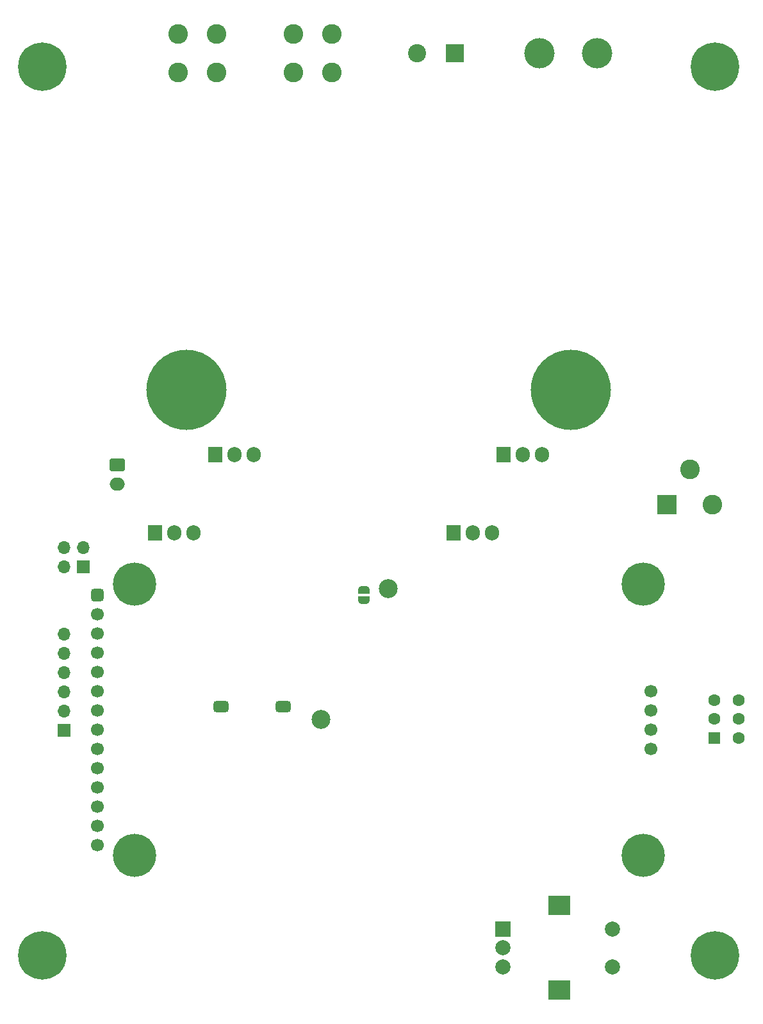
<source format=gbr>
%TF.GenerationSoftware,KiCad,Pcbnew,(6.0.4-0)*%
%TF.CreationDate,2022-04-10T17:45:34-05:00*%
%TF.ProjectId,Ampeater,416d7065-6174-4657-922e-6b696361645f,rev?*%
%TF.SameCoordinates,Original*%
%TF.FileFunction,Soldermask,Bot*%
%TF.FilePolarity,Negative*%
%FSLAX46Y46*%
G04 Gerber Fmt 4.6, Leading zero omitted, Abs format (unit mm)*
G04 Created by KiCad (PCBNEW (6.0.4-0)) date 2022-04-10 17:45:34*
%MOMM*%
%LPD*%
G01*
G04 APERTURE LIST*
G04 Aperture macros list*
%AMRoundRect*
0 Rectangle with rounded corners*
0 $1 Rounding radius*
0 $2 $3 $4 $5 $6 $7 $8 $9 X,Y pos of 4 corners*
0 Add a 4 corners polygon primitive as box body*
4,1,4,$2,$3,$4,$5,$6,$7,$8,$9,$2,$3,0*
0 Add four circle primitives for the rounded corners*
1,1,$1+$1,$2,$3*
1,1,$1+$1,$4,$5*
1,1,$1+$1,$6,$7*
1,1,$1+$1,$8,$9*
0 Add four rect primitives between the rounded corners*
20,1,$1+$1,$2,$3,$4,$5,0*
20,1,$1+$1,$4,$5,$6,$7,0*
20,1,$1+$1,$6,$7,$8,$9,0*
20,1,$1+$1,$8,$9,$2,$3,0*%
%AMFreePoly0*
4,1,22,0.500000,-0.750000,0.000000,-0.750000,0.000000,-0.745033,-0.079941,-0.743568,-0.215256,-0.701293,-0.333266,-0.622738,-0.424486,-0.514219,-0.481581,-0.384460,-0.499164,-0.250000,-0.500000,-0.250000,-0.500000,0.250000,-0.499164,0.250000,-0.499963,0.256109,-0.478152,0.396186,-0.417904,0.524511,-0.324060,0.630769,-0.204165,0.706417,-0.067858,0.745374,0.000000,0.744959,0.000000,0.750000,
0.500000,0.750000,0.500000,-0.750000,0.500000,-0.750000,$1*%
%AMFreePoly1*
4,1,20,0.000000,0.744959,0.073905,0.744508,0.209726,0.703889,0.328688,0.626782,0.421226,0.519385,0.479903,0.390333,0.500000,0.250000,0.500000,-0.250000,0.499851,-0.262216,0.476331,-0.402017,0.414519,-0.529596,0.319384,-0.634700,0.198574,-0.708877,0.061801,-0.746166,0.000000,-0.745033,0.000000,-0.750000,-0.500000,-0.750000,-0.500000,0.750000,0.000000,0.750000,0.000000,0.744959,
0.000000,0.744959,$1*%
G04 Aperture macros list end*
%ADD10C,5.700000*%
%ADD11RoundRect,0.425000X0.425000X-0.425000X0.425000X0.425000X-0.425000X0.425000X-0.425000X-0.425000X0*%
%ADD12C,1.700000*%
%ADD13RoundRect,0.250000X-0.750000X0.600000X-0.750000X-0.600000X0.750000X-0.600000X0.750000X0.600000X0*%
%ADD14O,2.000000X1.700000*%
%ADD15C,2.600000*%
%ADD16R,2.400000X2.400000*%
%ADD17C,2.400000*%
%ADD18C,4.000000*%
%ADD19R,1.905000X2.000000*%
%ADD20O,1.905000X2.000000*%
%ADD21C,6.400000*%
%ADD22C,10.600000*%
%ADD23R,2.600000X2.600000*%
%ADD24C,1.600000*%
%ADD25R,1.600000X1.600000*%
%ADD26O,1.700000X1.700000*%
%ADD27R,1.700000X1.700000*%
%ADD28C,2.500000*%
%ADD29R,2.000000X2.000000*%
%ADD30C,2.000000*%
%ADD31R,3.000000X2.500000*%
%ADD32RoundRect,0.375000X0.625000X0.375000X-0.625000X0.375000X-0.625000X-0.375000X0.625000X-0.375000X0*%
%ADD33FreePoly0,90.000000*%
%ADD34FreePoly1,90.000000*%
G04 APERTURE END LIST*
D10*
%TO.C,DS301*%
X92931991Y-98265000D03*
X160191991Y-134145000D03*
X92931991Y-134145000D03*
X160191991Y-98265000D03*
D11*
X88011991Y-99695000D03*
D12*
X88011991Y-102235000D03*
X88011991Y-104775000D03*
X88011991Y-107315000D03*
X88011991Y-109855000D03*
X88011991Y-112395000D03*
X88011991Y-114935000D03*
X88011991Y-117475000D03*
X88011991Y-120015000D03*
X88011991Y-122555000D03*
X88011991Y-125095000D03*
X88011991Y-127635000D03*
X88011991Y-130175000D03*
X88011991Y-132715000D03*
X161191991Y-112395000D03*
X161191991Y-114935000D03*
X161191991Y-117475000D03*
X161191991Y-120015000D03*
%TD*%
D13*
%TO.C,M201*%
X90695000Y-82570000D03*
D14*
X90695000Y-85070000D03*
%TD*%
D15*
%TO.C,J103*%
X118999000Y-30734000D03*
X113919000Y-30734000D03*
X118999000Y-25654000D03*
X113919000Y-25654000D03*
%TD*%
%TO.C,J105*%
X98679000Y-30734000D03*
X103759000Y-25654000D03*
X98679000Y-25654000D03*
X103759000Y-30734000D03*
%TD*%
D16*
%TO.C,J104*%
X135255000Y-28194000D03*
D17*
X130255000Y-28194000D03*
%TD*%
D18*
%TO.C,J106*%
X146431000Y-28194000D03*
%TD*%
D19*
%TO.C,Q201*%
X95681800Y-91521407D03*
D20*
X98221800Y-91521407D03*
X100761800Y-91521407D03*
%TD*%
D21*
%TO.C,H104*%
X169672000Y-29972000D03*
%TD*%
D22*
%TO.C,HS201*%
X99822000Y-72644000D03*
X150622000Y-72644000D03*
%TD*%
D19*
%TO.C,Q204*%
X141732000Y-81203800D03*
D20*
X144272000Y-81203800D03*
X146812000Y-81203800D03*
%TD*%
D23*
%TO.C,J101*%
X163322000Y-87821211D03*
D15*
X169322000Y-87821211D03*
X166322000Y-83121211D03*
%TD*%
D19*
%TO.C,Q203*%
X135128000Y-91521407D03*
D20*
X137668000Y-91521414D03*
X140208000Y-91521407D03*
%TD*%
D18*
%TO.C,J102*%
X154051000Y-28194000D03*
%TD*%
D24*
%TO.C,SW101*%
X169596000Y-113587500D03*
X172796000Y-113587500D03*
X169596000Y-116087500D03*
X172796000Y-116087500D03*
X172796000Y-118587500D03*
D25*
X169596000Y-118587500D03*
%TD*%
D26*
%TO.C,J302*%
X83623000Y-104902000D03*
X83623000Y-107442000D03*
X83623000Y-109982000D03*
X83623000Y-112522000D03*
X83623000Y-115062000D03*
D27*
X83623000Y-117602000D03*
%TD*%
D28*
%TO.C,TP301*%
X117627400Y-116128800D03*
%TD*%
D21*
%TO.C,H103*%
X169672000Y-147320000D03*
%TD*%
D28*
%TO.C,TP302*%
X126492000Y-98907600D03*
%TD*%
D29*
%TO.C,SW304*%
X141594000Y-143804000D03*
D30*
X141594000Y-148804000D03*
X141594000Y-146304000D03*
D31*
X149094000Y-140704000D03*
X149094000Y-151904000D03*
D30*
X156094000Y-143804000D03*
X156094000Y-148804000D03*
%TD*%
D19*
%TO.C,Q202*%
X103632000Y-81203800D03*
D20*
X106172000Y-81203800D03*
X108712000Y-81203800D03*
%TD*%
D21*
%TO.C,H102*%
X80772000Y-147320000D03*
%TD*%
%TO.C,H101*%
X80772000Y-29972000D03*
%TD*%
D27*
%TO.C,J301*%
X86168000Y-96017000D03*
D26*
X83628000Y-96017000D03*
X86168000Y-93477000D03*
X83628000Y-93477000D03*
%TD*%
D32*
%TO.C,SW301*%
X112583400Y-114427100D03*
X104383400Y-114427100D03*
%TD*%
D33*
%TO.C,JP301*%
X123240800Y-100370400D03*
D34*
X123240800Y-99070400D03*
%TD*%
M02*

</source>
